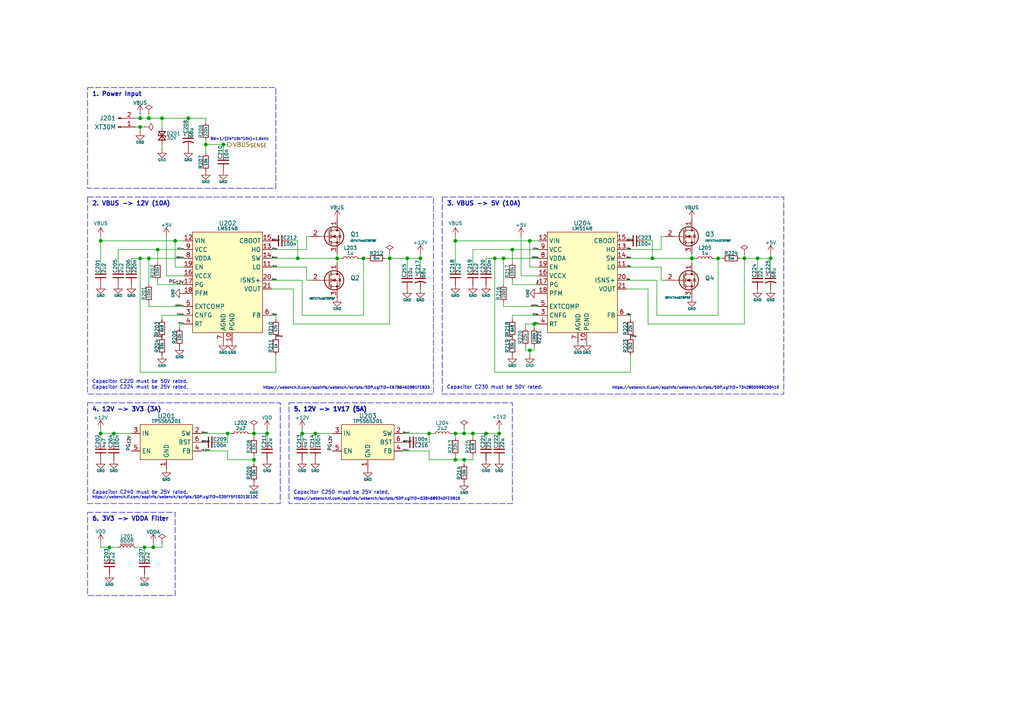
<source format=kicad_sch>
(kicad_sch (version 20250114) (generator "eeschema") (generator_version "9.0")
  (paper "A4")
  (rectangle (start 25.4 57.15) (end 125.73 114.3) (stroke (width 0) (type dash)))
  (rectangle (start 25.4 148.59) (end 50.8 172.72) (stroke (width 0) (type dash)))
  (rectangle (start 25.4 25.4) (end 80.01 54.61) (stroke (width 0) (type dash)))
  (rectangle (start 128.27 57.15) (end 227.33 114.3) (stroke (width 0) (type dash)))
  (rectangle (start 25.4 116.84) (end 81.28 146.05) (stroke (width 0) (type dash)))
  (rectangle (start 83.82 116.84) (end 148.59 146.05) (stroke (width 0) (type dash)))
  (text "Capacitor C250 must be 25V rated." (at 85.09 143.51 0) (effects (font (size 1.016 1.016)) (justify left bottom)))
  (text "5. 12V -> 1V17 (5A)" (at 85.09 118.11 0) (effects (font (size 1.27 1.27) (thickness 0.3048) (bold yes)) (justify left top)))
  (text "https://webench.ti.com/appinfo/webench/scripts/SDP.cgi?ID=035FF5FE0213E1DC" (at 26.67 144.78 0) (effects (font (size 0.762 0.762)) (justify left bottom)))
  (text "Capacitor C220 must be 50V rated.\nCapacitor C224 must be 25V rated." (at 26.67 113.03 0) (effects (font (size 1.016 1.016)) (justify left bottom)))
  (text "https://webench.ti.com/appinfo/webench/scripts/SDP.cgi?ID=734280D599CD0410" (at 226.06 113.03 0) (effects (font (size 0.762 0.762)) (justify right bottom)))
  (text "BW=1/(2π*10k*10n)=1.6kHz" (at 60.96 40.005 0) (effects (font (size 0.762 0.762)) (justify left top)))
  (text "3. VBUS -> 5V (10A)" (at 129.54 58.42 0) (effects (font (size 1.27 1.27) (thickness 0.254) (bold yes)) (justify left top)))
  (text "https://webench.ti.com/appinfo/webench/scripts/SDP.cgi?ID=03B468934DFE5B16" (at 85.09 144.78 0) (effects (font (size 0.762 0.762)) (justify left)))
  (text "Capacitor C240 must be 25V rated." (at 26.67 143.51 0) (effects (font (size 1.016 1.016)) (justify left bottom)))
  (text "Capacitor C230 must be 50V rated." (at 129.54 113.03 0) (effects (font (size 1.016 1.016)) (justify left bottom)))
  (text "1. Power Input" (at 26.67 26.67 0) (effects (font (size 1.27 1.27) (thickness 0.254) (bold yes)) (justify left top)))
  (text "https://webench.ti.com/appinfo/webench/scripts/SDP.cgi?ID=E67B646DB81FEB33" (at 124.714 113.03 0) (effects (font (size 0.762 0.762)) (justify right bottom)))
  (text "4. 12V -> 3V3 (3A)" (at 26.67 118.11 0) (effects (font (size 1.27 1.27) (thickness 0.254) (bold yes)) (justify left top)))
  (text "6. 3V3 -> VDDA Filter" (at 26.67 149.86 0) (effects (font (size 1.27 1.27) (thickness 0.254) (bold yes)) (justify left top)))
  (text "2. VBUS -> 12V (10A)" (at 26.67 58.42 0) (effects (font (size 1.27 1.27) (thickness 0.254) (bold yes)) (justify left top)))
  (junction (at 29.21 69.85))
  (junction (at 132.08 69.85))
  (junction (at 87.63 125.73))
  (junction (at 124.46 125.73))
  (junction (at 40.64 36.83))
  (junction (at 146.05 74.93))
  (junction (at 40.64 34.29))
  (junction (at 137.16 125.73))
  (junction (at 91.44 125.73))
  (junction (at 54.61 34.29))
  (junction (at 148.59 72.39))
  (junction (at 143.51 74.93))
  (junction (at 140.97 125.73))
  (junction (at 50.8 69.85))
  (junction (at 45.72 72.39))
  (junction (at 105.41 74.93))
  (junction (at 134.62 133.35))
  (junction (at 40.64 74.93))
  (junction (at 41.91 158.75))
  (junction (at 73.66 125.73))
  (junction (at 43.18 74.93))
  (junction (at 113.03 74.93))
  (junction (at 46.99 34.29))
  (junction (at 223.52 74.93))
  (junction (at 154.94 93.98))
  (junction (at 97.79 74.93))
  (junction (at 73.66 133.35))
  (junction (at 153.67 69.85))
  (junction (at 134.62 125.73))
  (junction (at 86.36 74.93))
  (junction (at 31.75 158.75))
  (junction (at 144.78 125.73))
  (junction (at 132.08 125.73))
  (junction (at 64.77 41.91))
  (junction (at 77.47 125.73))
  (junction (at 208.28 74.93))
  (junction (at 118.11 74.93))
  (junction (at 215.9 74.93))
  (junction (at 132.08 133.35))
  (junction (at 44.45 158.75))
  (junction (at 59.69 41.91))
  (junction (at 219.71 74.93))
  (junction (at 43.18 34.29))
  (junction (at 29.21 125.73))
  (junction (at 66.04 125.73))
  (junction (at 153.67 101.6))
  (junction (at 189.23 74.93))
  (junction (at 200.66 74.93))
  (junction (at 33.02 125.73))
  (junction (at 121.92 74.93))
  (wire (pts (xy 73.66 125.73) (xy 77.47 125.73)))
  (wire (pts (xy 140.97 125.73) (xy 140.97 128.27)))
  (wire (pts (xy 200.66 74.93) (xy 200.66 73.66)))
  (wire (pts (xy 193.04 68.58) (xy 191.77 68.58)))
  (wire (pts (xy 34.29 72.39) (xy 34.29 77.47)))
  (wire (pts (xy 77.47 125.73) (xy 77.47 128.27)))
  (wire (pts (xy 148.59 82.55) (xy 156.21 82.55)))
  (wire (pts (xy 113.03 74.93) (xy 118.11 74.93)))
  (wire (pts (xy 105.41 91.44) (xy 87.63 91.44)))
  (wire (pts (xy 181.61 72.39) (xy 191.77 72.39)))
  (wire (pts (xy 73.66 133.35) (xy 73.66 134.62)))
  (wire (pts (xy 140.97 125.73) (xy 144.78 125.73)))
  (wire (pts (xy 43.18 34.29) (xy 46.99 34.29)))
  (wire (pts (xy 152.4 100.33) (xy 152.4 101.6)))
  (wire (pts (xy 113.03 73.66) (xy 113.03 74.93)))
  (wire (pts (xy 111.76 74.93) (xy 113.03 74.93)))
  (wire (pts (xy 59.69 41.91) (xy 64.77 41.91)))
  (wire (pts (xy 134.62 133.35) (xy 137.16 133.35)))
  (wire (pts (xy 143.51 74.93) (xy 143.51 107.95)))
  (wire (pts (xy 104.14 74.93) (xy 105.41 74.93)))
  (wire (pts (xy 140.97 74.93) (xy 140.97 77.47)))
  (wire (pts (xy 182.88 107.95) (xy 143.51 107.95)))
  (wire (pts (xy 41.91 158.75) (xy 44.45 158.75)))
  (wire (pts (xy 80.01 91.44) (xy 80.01 92.71)))
  (wire (pts (xy 134.62 124.46) (xy 134.62 125.73)))
  (wire (pts (xy 33.02 125.73) (xy 33.02 128.27)))
  (wire (pts (xy 40.64 34.29) (xy 43.18 34.29)))
  (wire (pts (xy 153.67 69.85) (xy 156.21 69.85)))
  (wire (pts (xy 40.64 36.83) (xy 40.64 38.1)))
  (wire (pts (xy 151.13 80.01) (xy 156.21 80.01)))
  (wire (pts (xy 86.36 69.85) (xy 86.36 74.93)))
  (wire (pts (xy 46.99 34.29) (xy 46.99 36.83)))
  (wire (pts (xy 137.16 72.39) (xy 148.59 72.39)))
  (wire (pts (xy 153.67 77.47) (xy 153.67 69.85)))
  (wire (pts (xy 50.8 77.47) (xy 53.34 77.47)))
  (wire (pts (xy 58.42 125.73) (xy 66.04 125.73)))
  (wire (pts (xy 187.96 93.98) (xy 187.96 83.82)))
  (wire (pts (xy 146.05 74.93) (xy 146.05 82.55)))
  (wire (pts (xy 208.28 91.44) (xy 190.5 91.44)))
  (wire (pts (xy 66.04 125.73) (xy 66.04 128.27)))
  (wire (pts (xy 208.28 74.93) (xy 208.28 91.44)))
  (wire (pts (xy 219.71 74.93) (xy 219.71 78.74)))
  (wire (pts (xy 29.21 68.58) (xy 29.21 69.85)))
  (wire (pts (xy 29.21 125.73) (xy 33.02 125.73)))
  (wire (pts (xy 78.74 74.93) (xy 86.36 74.93)))
  (wire (pts (xy 132.08 133.35) (xy 134.62 133.35)))
  (wire (pts (xy 40.64 33.02) (xy 40.64 34.29)))
  (wire (pts (xy 215.9 93.98) (xy 187.96 93.98)))
  (wire (pts (xy 44.45 158.75) (xy 44.45 157.48)))
  (wire (pts (xy 45.72 72.39) (xy 53.34 72.39)))
  (wire (pts (xy 85.09 93.98) (xy 85.09 83.82)))
  (wire (pts (xy 78.74 91.44) (xy 80.01 91.44)))
  (wire (pts (xy 39.37 34.29) (xy 40.64 34.29)))
  (wire (pts (xy 124.46 130.81) (xy 116.84 130.81)))
  (wire (pts (xy 124.46 133.35) (xy 124.46 130.81)))
  (wire (pts (xy 66.04 128.27) (xy 63.5 128.27)))
  (wire (pts (xy 58.42 130.81) (xy 66.04 130.81)))
  (wire (pts (xy 48.26 80.01) (xy 48.26 68.58)))
  (wire (pts (xy 86.36 74.93) (xy 97.79 74.93)))
  (wire (pts (xy 181.61 74.93) (xy 189.23 74.93)))
  (wire (pts (xy 132.08 69.85) (xy 153.67 69.85)))
  (wire (pts (xy 59.69 40.64) (xy 59.69 41.91)))
  (wire (pts (xy 80.01 102.87) (xy 80.01 107.95)))
  (wire (pts (xy 73.66 132.08) (xy 73.66 133.35)))
  (wire (pts (xy 105.41 74.93) (xy 106.68 74.93)))
  (wire (pts (xy 46.99 43.18) (xy 46.99 41.91)))
  (wire (pts (xy 154.94 93.98) (xy 156.21 93.98)))
  (wire (pts (xy 83.82 69.85) (xy 86.36 69.85)))
  (wire (pts (xy 87.63 91.44) (xy 87.63 81.28)))
  (wire (pts (xy 50.8 77.47) (xy 50.8 69.85)))
  (wire (pts (xy 137.16 125.73) (xy 137.16 127)))
  (wire (pts (xy 153.67 77.47) (xy 156.21 77.47)))
  (wire (pts (xy 38.1 74.93) (xy 40.64 74.93)))
  (wire (pts (xy 140.97 74.93) (xy 143.51 74.93)))
  (wire (pts (xy 223.52 73.66) (xy 223.52 74.93)))
  (wire (pts (xy 77.47 124.46) (xy 77.47 125.73)))
  (wire (pts (xy 121.92 74.93) (xy 118.11 74.93)))
  (wire (pts (xy 181.61 77.47) (xy 191.77 77.47)))
  (wire (pts (xy 148.59 81.28) (xy 148.59 82.55)))
  (wire (pts (xy 59.69 35.56) (xy 59.69 34.29)))
  (wire (pts (xy 97.79 74.93) (xy 97.79 76.2)))
  (wire (pts (xy 39.37 158.75) (xy 41.91 158.75)))
  (wire (pts (xy 45.72 72.39) (xy 45.72 76.2)))
  (wire (pts (xy 137.16 72.39) (xy 137.16 77.47)))
  (wire (pts (xy 59.69 41.91) (xy 59.69 44.45)))
  (wire (pts (xy 87.63 125.73) (xy 91.44 125.73)))
  (wire (pts (xy 90.17 68.58) (xy 88.9 68.58)))
  (wire (pts (xy 31.75 158.75) (xy 34.29 158.75)))
  (wire (pts (xy 54.61 34.29) (xy 59.69 34.29)))
  (wire (pts (xy 215.9 73.66) (xy 215.9 74.93)))
  (wire (pts (xy 88.9 68.58) (xy 88.9 72.39)))
  (wire (pts (xy 144.78 124.46) (xy 144.78 125.73)))
  (wire (pts (xy 66.04 125.73) (xy 67.31 125.73)))
  (wire (pts (xy 223.52 74.93) (xy 223.52 78.74)))
  (wire (pts (xy 78.74 83.82) (xy 85.09 83.82)))
  (wire (pts (xy 43.18 74.93) (xy 43.18 82.55)))
  (wire (pts (xy 189.23 74.93) (xy 200.66 74.93)))
  (wire (pts (xy 153.67 101.6) (xy 154.94 101.6)))
  (wire (pts (xy 134.62 133.35) (xy 134.62 134.62)))
  (wire (pts (xy 40.64 74.93) (xy 43.18 74.93)))
  (wire (pts (xy 34.29 72.39) (xy 45.72 72.39)))
  (wire (pts (xy 146.05 88.9) (xy 146.05 87.63)))
  (wire (pts (xy 46.99 157.48) (xy 46.99 158.75)))
  (wire (pts (xy 191.77 81.28) (xy 191.77 77.47)))
  (wire (pts (xy 66.04 130.81) (xy 66.04 133.35)))
  (wire (pts (xy 43.18 74.93) (xy 53.34 74.93)))
  (wire (pts (xy 45.72 82.55) (xy 45.72 81.28)))
  (wire (pts (xy 207.01 74.93) (xy 208.28 74.93)))
  (wire (pts (xy 64.77 41.91) (xy 64.77 44.45)))
  (wire (pts (xy 132.08 68.58) (xy 132.08 69.85)))
  (wire (pts (xy 78.74 77.47) (xy 88.9 77.47)))
  (wire (pts (xy 143.51 74.93) (xy 146.05 74.93)))
  (wire (pts (xy 105.41 74.93) (xy 105.41 91.44)))
  (wire (pts (xy 148.59 91.44) (xy 156.21 91.44)))
  (wire (pts (xy 121.92 74.93) (xy 121.92 78.74)))
  (wire (pts (xy 50.8 69.85) (xy 53.34 69.85)))
  (wire (pts (xy 53.34 91.44) (xy 46.99 91.44)))
  (wire (pts (xy 87.63 125.73) (xy 87.63 128.27)))
  (wire (pts (xy 153.67 101.6) (xy 153.67 102.87)))
  (wire (pts (xy 154.94 93.98) (xy 154.94 95.25)))
  (wire (pts (xy 53.34 93.98) (xy 52.07 93.98)))
  (wire (pts (xy 90.17 81.28) (xy 88.9 81.28)))
  (wire (pts (xy 200.66 74.93) (xy 200.66 76.2)))
  (wire (pts (xy 48.26 80.01) (xy 53.34 80.01)))
  (wire (pts (xy 54.61 34.29) (xy 54.61 38.1)))
  (wire (pts (xy 121.92 73.66) (xy 121.92 74.93)))
  (wire (pts (xy 43.18 88.9) (xy 43.18 87.63)))
  (wire (pts (xy 43.18 88.9) (xy 53.34 88.9)))
  (wire (pts (xy 215.9 74.93) (xy 219.71 74.93)))
  (wire (pts (xy 72.39 125.73) (xy 73.66 125.73)))
  (wire (pts (xy 215.9 74.93) (xy 215.9 93.98)))
  (wire (pts (xy 91.44 125.73) (xy 96.52 125.73)))
  (wire (pts (xy 43.18 33.02) (xy 43.18 34.29)))
  (wire (pts (xy 181.61 83.82) (xy 187.96 83.82)))
  (wire (pts (xy 73.66 125.73) (xy 73.66 127)))
  (wire (pts (xy 78.74 72.39) (xy 88.9 72.39)))
  (wire (pts (xy 152.4 101.6) (xy 153.67 101.6)))
  (wire (pts (xy 132.08 125.73) (xy 134.62 125.73)))
  (wire (pts (xy 214.63 74.93) (xy 215.9 74.93)))
  (wire (pts (xy 64.77 41.91) (xy 66.04 41.91)))
  (wire (pts (xy 80.01 107.95) (xy 40.64 107.95)))
  (wire (pts (xy 97.79 74.93) (xy 97.79 73.66)))
  (wire (pts (xy 116.84 125.73) (xy 124.46 125.73)))
  (wire (pts (xy 130.81 125.73) (xy 132.08 125.73)))
  (wire (pts (xy 132.08 69.85) (xy 132.08 77.47)))
  (wire (pts (xy 46.99 158.75) (xy 44.45 158.75)))
  (wire (pts (xy 190.5 91.44) (xy 190.5 81.28)))
  (wire (pts (xy 87.63 81.28) (xy 78.74 81.28)))
  (wire (pts (xy 29.21 124.46) (xy 29.21 125.73)))
  (wire (pts (xy 88.9 81.28) (xy 88.9 77.47)))
  (wire (pts (xy 33.02 125.73) (xy 38.1 125.73)))
  (wire (pts (xy 208.28 74.93) (xy 209.55 74.93)))
  (wire (pts (xy 190.5 81.28) (xy 181.61 81.28)))
  (wire (pts (xy 152.4 93.98) (xy 152.4 95.25)))
  (wire (pts (xy 186.69 69.85) (xy 189.23 69.85)))
  (wire (pts (xy 146.05 74.93) (xy 156.21 74.93)))
  (wire (pts (xy 148.59 91.44) (xy 148.59 92.71)))
  (wire (pts (xy 193.04 81.28) (xy 191.77 81.28)))
  (wire (pts (xy 52.07 93.98) (xy 52.07 95.25)))
  (wire (pts (xy 137.16 133.35) (xy 137.16 132.08)))
  (wire (pts (xy 45.72 82.55) (xy 53.34 82.55)))
  (wire (pts (xy 40.64 36.83) (xy 41.91 36.83)))
  (wire (pts (xy 29.21 158.75) (xy 31.75 158.75)))
  (wire (pts (xy 29.21 125.73) (xy 29.21 128.27)))
  (wire (pts (xy 132.08 125.73) (xy 132.08 127)))
  (wire (pts (xy 148.59 72.39) (xy 148.59 76.2)))
  (wire (pts (xy 181.61 91.44) (xy 182.88 91.44)))
  (wire (pts (xy 29.21 158.75) (xy 29.21 157.48)))
  (wire (pts (xy 182.88 91.44) (xy 182.88 92.71)))
  (wire (pts (xy 31.75 158.75) (xy 31.75 161.29)))
  (wire (pts (xy 154.94 100.33) (xy 154.94 101.6)))
  (wire (pts (xy 201.93 74.93) (xy 200.66 74.93)))
  (wire (pts (xy 146.05 88.9) (xy 156.21 88.9)))
  (wire (pts (xy 124.46 125.73) (xy 125.73 125.73)))
  (wire (pts (xy 118.11 74.93) (xy 118.11 78.74)))
  (wire (pts (xy 66.04 133.35) (xy 73.66 133.35)))
  (wire (pts (xy 182.88 102.87) (xy 182.88 107.95)))
  (wire (pts (xy 191.77 68.58) (xy 191.77 72.39)))
  (wire (pts (xy 154.94 93.98) (xy 152.4 93.98)))
  (wire (pts (xy 113.03 74.93) (xy 113.03 93.98)))
  (wire (pts (xy 29.21 69.85) (xy 29.21 77.47)))
  (wire (pts (xy 87.63 124.46) (xy 87.63 125.73)))
  (wire (pts (xy 132.08 133.35) (xy 124.46 133.35)))
  (wire (pts (xy 40.64 74.93) (xy 40.64 107.95)))
  (wire (pts (xy 46.99 91.44) (xy 46.99 92.71)))
  (wire (pts (xy 219.71 74.93) (xy 223.52 74.93)))
  (wire (pts (xy 148.59 72.39) (xy 156.21 72.39)))
  (wire (pts (xy 137.16 125.73) (xy 140.97 125.73)))
  (wire (pts (xy 91.44 125.73) (xy 91.44 128.27)))
  (wire (pts (xy 132.08 132.08) (xy 132.08 133.35)))
  (wire (pts (xy 124.46 125.73) (xy 124.46 128.27)))
  (wire (pts (xy 134.62 125.73) (xy 137.16 125.73)))
  (wire (pts (xy 46.99 34.29) (xy 54.61 34.29)))
  (wire (pts (xy 144.78 125.73) (xy 144.78 128.27)))
  (wire (pts (xy 39.37 36.83) (xy 40.64 36.83)))
  (wire (pts (xy 99.06 74.93) (xy 97.79 74.93)))
  (wire (pts (xy 113.03 93.98) (xy 85.09 93.98)))
  (wire (pts (xy 41.91 161.29) (xy 41.91 158.75)))
  (wire (pts (xy 151.13 80.01) (xy 151.13 68.58)))
  (wire (pts (xy 38.1 74.93) (xy 38.1 77.47)))
  (wire (pts (xy 29.21 69.85) (xy 50.8 69.85)))
  (wire (pts (xy 124.46 128.27) (xy 121.92 128.27)))
  (wire (pts (xy 189.23 69.85) (xy 189.23 74.93)))
  (wire (pts (xy 73.66 124.46) (xy 73.66 125.73)))
  (label "RT_{12V}" (at 53.34 93.98 180) (effects (font (size 0.381 0.381))))
  (label "LO_{12V}" (at 78.74 77.47 0) (effects (font (size 0.381 0.381))))
  (label "BOOT_{5V}" (at 181.61 69.85 0) (effects (font (size 0.381 0.381))))
  (label "FB_{12V}" (at 78.74 91.44 0) (effects (font (size 0.381 0.381))))
  (label "IS_{12V}" (at 78.74 81.28 0) (effects (font (size 0.381 0.381))))
  (label "FBM_{5V}" (at 182.88 97.79 0) (effects (font (size 0.381 0.381))))
  (label "VCC_{12V}" (at 53.34 72.39 180) (effects (font (size 0.381 0.381))))
  (label "IS_{5V}" (at 181.61 81.28 0) (effects (font (size 0.381 0.381))))
  (label "PG_{12V}" (at 53.34 82.55 180) (effects (font (size 1.016 1.016))))
  (label "FB_{3V3" (at 58.42 130.81 0) (effects (font (size 0.381 0.381))))
  (label "COMP_{5V}" (at 156.21 88.9 180) (effects (font (size 0.381 0.381))))
  (label "CFGM_{5V}" (at 148.59 97.79 180) (effects (font (size 0.381 0.381))))
  (label "COMP_{12V}" (at 53.34 88.9 180) (effects (font (size 0.381 0.381))))
  (label "FB_{1V17}" (at 116.84 130.81 0) (effects (font (size 0.381 0.381))))
  (label "CFG_{5V}" (at 156.21 91.44 180) (effects (font (size 0.381 0.381))))
  (label "CFGM_{12V}" (at 46.99 97.79 180) (effects (font (size 0.381 0.381))))
  (label "BOOT_{3V3}" (at 58.42 128.27 0) (effects (font (size 0.381 0.381))))
  (label "PG_{5V}" (at 156.21 82.55 90) (effects (font (size 0.381 0.381))))
  (label "RT_{5V}" (at 156.21 93.98 180) (effects (font (size 0.381 0.381))))
  (label "HO_{12V}" (at 78.74 72.39 0) (effects (font (size 0.381 0.381))))
  (label "LO_{5V}" (at 181.61 77.47 0) (effects (font (size 0.381 0.381))))
  (label "SW_{5V}" (at 181.61 74.93 0) (effects (font (size 0.381 0.381))))
  (label "CFG_{12V}" (at 53.34 91.44 180) (effects (font (size 0.381 0.381))))
  (label "BOOT_{12V}" (at 78.74 69.85 0) (effects (font (size 0.381 0.381))))
  (label "FBM_{12V}" (at 80.01 97.79 0) (effects (font (size 0.381 0.381))))
  (label "PG_{12V}" (at 38.1 130.81 90) (effects (font (size 1.016 1.016))))
  (label "SW_{12V}" (at 78.74 74.93 0) (effects (font (size 0.381 0.381))))
  (label "VCC_{5V}" (at 156.21 72.39 180) (effects (font (size 0.381 0.381))))
  (label "SW_{1V17}" (at 116.84 125.73 0) (effects (font (size 0.381 0.381))))
  (label "BOOT_{1V17}" (at 116.84 128.27 0) (effects (font (size 0.381 0.381))))
  (label "PG_{12V}" (at 96.52 130.81 90) (effects (font (size 1.016 1.016))))
  (label "VDDA_{12V}" (at 53.34 74.93 180) (effects (font (size 0.381 0.381))))
  (label "FB_{5V}" (at 181.61 91.44 0) (effects (font (size 0.381 0.381))))
  (label "SW_{3V3}" (at 58.42 125.73 0) (effects (font (size 0.381 0.381))))
  (label "HO_{5V}" (at 181.61 72.39 0) (effects (font (size 0.381 0.381))))
  (label "VDDA_{5V}" (at 156.21 74.93 180) (effects (font (size 0.381 0.381))))
  (hierarchical_label "VBUS_{SENSE}" (shape output) (at 66.04 41.91 0))
  (symbol (lib_id "power:VBUS") (at 29.21 68.58 0) (unit 1)
    (property "Reference" "#PWR0201" (effects (hide yes)))
    (property "Value" "VBUS" (at 29.21 64.77 0) (effects (font (size 1.016 1.016))))
    (property "Description" "Power symbol creates a global label with name \"VBUS\"" (effects (hide yes)))
  )
  (symbol (lib_id "power:GND") (at 134.62 139.7 0) (unit 1)
    (property "Reference" "#PWR0239" (effects (hide yes)))
    (property "Value" "GND" (at 134.62 142.875 0) (effects (font (size 0.762 0.762))))
    (property "Description" "Power symbol creates a global label with name \"GND\" , ground" (effects (hide yes)))
  )
  (symbol (lib_id "power:GND") (at 54.61 43.18 0) (unit 1)
    (property "Reference" "#PWR0220" (effects (hide yes)))
    (property "Value" "GND" (at 54.61 46.355 0) (effects (font (size 0.762 0.762))))
    (property "Description" "Power symbol creates a global label with name \"GND\" , ground" (effects (hide yes)))
  )
  (symbol (lib_id "power:+1V2") (at 144.78 124.46 0) (unit 1)
    (property "Reference" "#PWR0243" (effects (hide yes)))
    (property "Value" "+1V2" (at 144.78 120.904 0) (effects (font (size 1.016 1.016))))
    (property "Description" "Power symbol creates a global label with name \"+1V2\"" (effects (hide yes)))
  )
  (symbol (lib_id "Bluesat:C_CompactV") (at 64.77 46.99 0) (mirror y) (unit 1)
    (property "Reference" "C210" (at 63.881 46.228 90) (effects (font (size 1.016 1.016)) (justify left)))
    (property "Value" "10n" (at 65.659 46.228 90) (effects (font (size 1.016 1.016)) (justify left)))
    (property "Footprint" "Capacitor_SMD:C_0402_1005Metric" (effects (hide yes)))
    (property "Description" "Unpolarized capacitor, compact symbol" (effects (hide yes)))
  )
  (symbol (lib_id "power:GND") (at 40.64 38.1 0) (unit 1)
    (property "Reference" "#PWR0211" (effects (hide yes)))
    (property "Value" "GND" (at 40.64 41.275 0) (effects (font (size 0.762 0.762))))
    (property "Description" "Power symbol creates a global label with name \"GND\" , ground" (effects (hide yes)))
  )
  (symbol (lib_id "Bluesat:R_CompactV") (at 137.16 129.54 0) (unit 1)
    (property "Reference" "R215" (at 136.271 129.54 90) (effects (font (size 1.016 1.016)) (justify bottom)))
    (property "Value" "6k8" (at 137.16 129.54 90) (effects (font (size 0.762 0.762))))
    (property "Footprint" "Resistor_SMD:R_0402_1005Metric" (effects (hide yes)))
    (property "Description" "Resistor, compact symbol" (effects (hide yes)))
  )
  (symbol (lib_id "power:GND") (at 148.59 102.87 0) (unit 1)
    (property "Reference" "#PWR0245" (effects (hide yes)))
    (property "Value" "GND" (at 148.59 106.045 0) (effects (font (size 0.762 0.762))))
    (property "Description" "Power symbol creates a global label with name \"GND\" , ground" (effects (hide yes)))
  )
  (symbol (lib_id "power:+12V") (at 87.63 124.46 0) (unit 1)
    (property "Reference" "#PWR0228" (effects (hide yes)))
    (property "Value" "+12V" (at 87.63 121.158 0) (effects (font (size 1.016 1.016))))
    (property "Description" "Power symbol creates a global label with name \"+12V\"" (effects (hide yes)))
  )
  (symbol (lib_id "Bluesat:C_CompactV") (at 38.1 80.01 0) (unit 1)
    (property "Reference" "C206" (at 37.211 79.248 90) (effects (font (size 1.016 1.016)) (justify left)))
    (property "Value" "220n" (at 38.989 79.248 90) (effects (font (size 1.016 1.016)) (justify left)))
    (property "Footprint" "Capacitor_SMD:C_0402_1005Metric" (effects (hide yes)))
    (property "Description" "Unpolarized capacitor, compact symbol" (effects (hide yes)))
  )
  (symbol (lib_id "power:PWR_FLAG") (at 134.62 124.46 0) (unit 1)
    (property "Reference" "#FLG0206" (effects (hide yes)))
    (property "Value" "PWR_FLAG" (effects (hide yes)))
    (property "Description" "Special symbol for telling ERC where power comes from" (effects (hide yes)))
  )
  (symbol (lib_id "power:PWR_FLAG") (at 113.03 73.66 0) (unit 1)
    (property "Reference" "#FLG0205" (effects (hide yes)))
    (property "Value" "PWR_FLAG" (effects (hide yes)))
    (property "Description" "Special symbol for telling ERC where power comes from" (effects (hide yes)))
  )
  (symbol (lib_id "Bluesat:C_CompactV") (at 34.29 80.01 0) (unit 1)
    (property "Reference" "C205" (at 33.401 79.248 90) (effects (font (size 1.016 1.016)) (justify left)))
    (property "Value" "2u2" (at 35.179 79.248 90) (effects (font (size 1.016 1.016)) (justify left)))
    (property "Footprint" "Capacitor_SMD:C_0603_1608Metric" (effects (hide yes)))
    (property "Description" "Unpolarized capacitor, compact symbol" (effects (hide yes)))
  )
  (symbol (lib_id "power:GND") (at 137.16 82.55 0) (unit 1)
    (property "Reference" "#PWR0240" (effects (hide yes)))
    (property "Value" "GND" (at 137.16 85.725 0) (effects (font (size 0.762 0.762))))
    (property "Description" "Power symbol creates a global label with name \"GND\" , ground" (effects (hide yes)))
  )
  (symbol (lib_id "power:+12V") (at 121.92 73.66 0) (unit 1)
    (property "Reference" "#PWR0235" (effects (hide yes)))
    (property "Value" "+12V" (at 121.92 70.358 0) (effects (font (size 1.016 1.016))))
    (property "Description" "Power symbol creates a global label with name \"+12V\"" (effects (hide yes)))
  )
  (symbol (lib_id "power:VBUS") (at 132.08 68.58 0) (unit 1)
    (property "Reference" "#PWR0237" (effects (hide yes)))
    (property "Value" "VBUS" (at 132.08 64.77 0) (effects (font (size 1.016 1.016))))
    (property "Description" "Power symbol creates a global label with name \"VBUS\"" (effects (hide yes)))
  )
  (symbol (lib_id "power:GND") (at 167.64 99.06 0) (unit 1)
    (property "Reference" "#PWR0249" (effects (hide yes)))
    (property "Value" "GND" (at 167.64 102.235 0) (effects (font (size 0.762 0.762))))
    (property "Description" "Power symbol creates a global label with name \"GND\" , ground" (effects (hide yes)))
  )
  (symbol (lib_id "power:+12V") (at 29.21 124.46 0) (unit 1)
    (property "Reference" "#PWR0203" (effects (hide yes)))
    (property "Value" "+12V" (at 29.21 121.158 0) (effects (font (size 1.016 1.016))))
    (property "Description" "Power symbol creates a global label with name \"+12V\"" (effects (hide yes)))
  )
  (symbol (lib_id "Bluesat:R_CompactV") (at 80.01 95.25 0) (unit 1)
    (property "Reference" "R210" (at 79.121 95.25 90) (effects (font (size 1.016 1.016)) (justify bottom)))
    (property "Value" "47k" (at 80.01 95.25 90) (effects (font (size 0.762 0.762))))
    (property "Footprint" "Resistor_SMD:R_0402_1005Metric" (effects (hide yes)))
    (property "Description" "Resistor, compact symbol" (effects (hide yes)))
  )
  (symbol (lib_id "power:VBUS") (at 200.66 63.5 0) (unit 1)
    (property "Reference" "#PWR0251" (effects (hide yes)))
    (property "Value" "VBUS" (at 200.66 60.198 0) (effects (font (size 1.016 1.016))))
    (property "Description" "Power symbol creates a global label with name \"VBUS\"" (effects (hide yes)))
  )
  (symbol (lib_id "power:GND") (at 64.77 49.53 0) (unit 1)
    (property "Reference" "#PWR0222" (effects (hide yes)))
    (property "Value" "GND" (at 64.77 52.705 0) (effects (font (size 0.762 0.762))))
    (property "Description" "Power symbol creates a global label with name \"GND\" , ground" (effects (hide yes)))
  )
  (symbol (lib_id "power:GND") (at 156.21 85.09 270) (unit 1)
    (property "Reference" "#PWR0248" (effects (hide yes)))
    (property "Value" "GND" (at 153.035 85.09 0) (effects (font (size 0.762 0.762))))
    (property "Description" "Power symbol creates a global label with name \"GND\" , ground" (effects (hide yes)))
  )
  (symbol (lib_id "Bluesat:R_CompactV") (at 132.08 129.54 0) (unit 1)
    (property "Reference" "R213" (at 131.191 129.54 90) (effects (font (size 1.016 1.016)) (justify bottom)))
    (property "Value" "22k" (at 132.08 129.54 90) (effects (font (size 0.762 0.762))))
    (property "Footprint" "Resistor_SMD:R_0402_1005Metric" (effects (hide yes)))
    (property "Description" "Resistor, compact symbol" (effects (hide yes)))
  )
  (symbol (lib_id "power:GND") (at 29.21 82.55 0) (unit 1)
    (property "Reference" "#PWR0202" (effects (hide yes)))
    (property "Value" "GND" (at 29.21 85.725 0) (effects (font (size 0.762 0.762))))
    (property "Description" "Power symbol creates a global label with name \"GND\" , ground" (effects (hide yes)))
  )
  (symbol (lib_id "power:VBUS") (at 97.79 63.5 0) (unit 1)
    (property "Reference" "#PWR0231" (effects (hide yes)))
    (property "Value" "VBUS" (at 97.79 60.198 0) (effects (font (size 1.016 1.016))))
    (property "Description" "Power symbol creates a global label with name \"VBUS\"" (effects (hide yes)))
  )
  (symbol (lib_id "power:GND") (at 140.97 133.35 0) (unit 1)
    (property "Reference" "#PWR0242" (effects (hide yes)))
    (property "Value" "GND" (at 140.97 136.525 0) (effects (font (size 0.762 0.762))))
    (property "Description" "Power symbol creates a global label with name \"GND\" , ground" (effects (hide yes)))
  )
  (symbol (lib_id "Bluesat:C_CompactV") (at 81.28 69.85 270) (unit 1)
    (property "Reference" "C212" (at 82.042 68.961 90) (effects (font (size 1.016 1.016)) (justify left)))
    (property "Value" "100n" (at 82.042 70.739 90) (effects (font (size 1.016 1.016)) (justify left)))
    (property "Footprint" "Capacitor_SMD:C_0402_1005Metric" (effects (hide yes)))
    (property "Description" "Unpolarized capacitor, compact symbol" (effects (hide yes)))
  )
  (symbol (lib_id "power:GND") (at 170.18 99.06 0) (unit 1)
    (property "Reference" "#PWR0250" (effects (hide yes)))
    (property "Value" "GND" (at 170.18 102.235 0) (effects (font (size 0.762 0.762))))
    (property "Description" "Power symbol creates a global label with name \"GND\" , ground" (effects (hide yes)))
  )
  (symbol (lib_id "power:GND") (at 31.75 166.37 0) (unit 1)
    (property "Reference" "#PWR0206" (effects (hide yes)))
    (property "Value" "GND" (at 31.75 169.545 0) (effects (font (size 0.762 0.762))))
    (property "Description" "Power symbol creates a global label with name \"GND\" , ground" (effects (hide yes)))
  )
  (symbol (lib_id "Bluesat:TPS565201") (at 48.26 123.19 0) (unit 1)
    (property "Reference" "U201" (at 48.26 120.65 0))
    (property "Value" "TPS565201" (at 48.26 122.174 0) (effects (font (size 1.016 1.016))))
    (property "Footprint" "Package_TO_SOT_SMD:TSOT-23-6" (effects (hide yes)))
  )
  (symbol (lib_id "power:GND") (at 48.26 135.89 0) (unit 1)
    (property "Reference" "#PWR0217" (effects (hide yes)))
    (property "Value" "GND" (at 48.26 139.065 0) (effects (font (size 0.762 0.762))))
    (property "Description" "Power symbol creates a global label with name \"GND\" , ground" (effects (hide yes)))
  )
  (symbol (lib_id "Device:L_Small") (at 101.6 74.93 90) (unit 1)
    (property "Reference" "L203" (at 101.6 71.882 90) (effects (font (size 1.016 1.016))))
    (property "Value" "1u" (at 101.6 73.406 90) (effects (font (size 1.016 1.016))))
    (property "Footprint" "Inductor_SMD:L_Changjiang_FXL0630" (effects (hide yes)))
    (property "Description" "Inductor, small symbol" (effects (hide yes)))
  )
  (symbol (lib_id "Device:L_Small") (at 69.85 125.73 90) (unit 1)
    (property "Reference" "L202" (at 69.85 122.682 90) (effects (font (size 1.016 1.016))))
    (property "Value" "2u2" (at 69.85 124.206 90) (effects (font (size 1.016 1.016))))
    (property "Footprint" "Inductor_SMD:L_Changjiang_FXL0630" (effects (hide yes)))
    (property "Description" "Inductor, small symbol" (effects (hide yes)))
  )
  (symbol (lib_id "Bluesat:R_CompactV") (at 146.05 85.09 0) (unit 1)
    (property "Reference" "R216" (at 145.161 85.09 90) (effects (font (size 1.016 1.016)) (justify bottom)))
    (property "Value" "100k" (at 146.05 85.09 90) (effects (font (size 0.762 0.762))))
    (property "Footprint" "Resistor_SMD:R_0402_1005Metric" (effects (hide yes)))
    (property "Description" "Resistor, compact symbol" (effects (hide yes)))
  )
  (symbol (lib_id "Bluesat:R_CompactV") (at 43.18 85.09 0) (unit 1)
    (property "Reference" "R201" (at 42.291 85.09 90) (effects (font (size 1.016 1.016)) (justify bottom)))
    (property "Value" "100k" (at 43.18 85.09 90) (effects (font (size 0.762 0.762))))
    (property "Footprint" "Resistor_SMD:R_0402_1005Metric" (effects (hide yes)))
    (property "Description" "Resistor, compact symbol" (effects (hide yes)))
  )
  (symbol (lib_id "Bluesat:R_CompactV") (at 148.59 100.33 0) (unit 1)
    (property "Reference" "R219" (at 147.701 100.33 90) (effects (font (size 1.016 1.016)) (justify bottom)))
    (property "Value" "33k" (at 148.59 100.33 90) (effects (font (size 0.762 0.762))))
    (property "Footprint" "Resistor_SMD:R_0402_1005Metric" (effects (hide yes)))
    (property "Description" "Resistor, compact symbol" (effects (hide yes)))
  )
  (symbol (lib_id "Bluesat:R_CompactV") (at 182.88 100.33 0) (unit 1)
    (property "Reference" "R223" (at 181.991 100.33 90) (effects (font (size 1.016 1.016)) (justify bottom)))
    (property "Value" "2k2" (at 182.88 100.33 90) (effects (font (size 0.762 0.762))))
    (property "Footprint" "Resistor_SMD:R_0402_1005Metric" (effects (hide yes)))
    (property "Description" "Resistor, compact symbol" (effects (hide yes)))
  )
  (symbol (lib_id "Bluesat:R_CompactV") (at 182.88 95.25 0) (unit 1)
    (property "Reference" "R222" (at 181.991 95.25 90) (effects (font (size 1.016 1.016)) (justify bottom)))
    (property "Value" "22k" (at 182.88 95.25 90) (effects (font (size 0.762 0.762))))
    (property "Footprint" "Resistor_SMD:R_0402_1005Metric" (effects (hide yes)))
    (property "Description" "Resistor, compact symbol" (effects (hide yes)))
  )
  (symbol (lib_id "power:PWR_FLAG") (at 43.18 33.02 0) (unit 1)
    (property "Reference" "#FLG0202" (effects (hide yes)))
    (property "Value" "PWR_FLAG" (effects (hide yes)))
    (property "Description" "Special symbol for telling ERC where power comes from" (effects (hide yes)))
  )
  (symbol (lib_id "power:GND") (at 38.1 82.55 0) (unit 1)
    (property "Reference" "#PWR0209" (effects (hide yes)))
    (property "Value" "GND" (at 38.1 85.725 0) (effects (font (size 0.762 0.762))))
    (property "Description" "Power symbol creates a global label with name \"GND\" , ground" (effects (hide yes)))
  )
  (symbol (lib_id "power:GND") (at 144.78 133.35 0) (unit 1)
    (property "Reference" "#PWR0244" (effects (hide yes)))
    (property "Value" "GND" (at 144.78 136.525 0) (effects (font (size 0.762 0.762))))
    (property "Description" "Power symbol creates a global label with name \"GND\" , ground" (effects (hide yes)))
  )
  (symbol (lib_id "power:GND") (at 118.11 83.82 0) (unit 1)
    (property "Reference" "#PWR0234" (effects (hide yes)))
    (property "Value" "GND" (at 118.11 86.995 0) (effects (font (size 0.762 0.762))))
    (property "Description" "Power symbol creates a global label with name \"GND\" , ground" (effects (hide yes)))
  )
  (symbol (lib_id "power:GND") (at 200.66 86.36 0) (unit 1)
    (property "Reference" "#PWR0252" (effects (hide yes)))
    (property "Value" "GND" (at 200.66 89.535 0) (effects (font (size 0.762 0.762))))
    (property "Description" "Power symbol creates a global label with name \"GND\" , ground" (effects (hide yes)))
  )
  (symbol (lib_id "power:GND") (at 29.21 133.35 0) (unit 1)
    (property "Reference" "#PWR0204" (effects (hide yes)))
    (property "Value" "GND" (at 29.21 136.525 0) (effects (font (size 0.762 0.762))))
    (property "Description" "Power symbol creates a global label with name \"GND\" , ground" (effects (hide yes)))
  )
  (symbol (lib_id "Bluesat:C_CompactV") (at 144.78 130.81 0) (unit 1)
    (property "Reference" "C222" (at 143.891 130.048 90) (effects (font (size 1.016 1.016)) (justify left)))
    (property "Value" "22u" (at 145.669 130.048 90) (effects (font (size 1.016 1.016)) (justify left)))
    (property "Footprint" "Capacitor_SMD:C_1210_3225Metric" (effects (hide yes)))
    (property "Description" "Unpolarized capacitor, compact symbol" (effects (hide yes)))
  )
  (symbol (lib_id "power:VDD") (at 29.21 157.48 0) (unit 1)
    (property "Reference" "#PWR0205" (effects (hide yes)))
    (property "Value" "VDD" (at 29.21 154.178 0) (effects (font (size 1.016 1.016))))
    (property "Description" "Power symbol creates a global label with name \"VDD\"" (effects (hide yes)))
  )
  (symbol (lib_id "Bluesat:TPS565201") (at 106.68 123.19 0) (unit 1)
    (property "Reference" "U203" (at 106.68 120.65 0))
    (property "Value" "TPS565201" (at 106.68 122.174 0) (effects (font (size 1.016 1.016))))
    (property "Footprint" "Package_TO_SOT_SMD:TSOT-23-6" (effects (hide yes)))
  )
  (symbol (lib_id "power:VDD") (at 77.47 124.46 0) (unit 1)
    (property "Reference" "#PWR0226" (effects (hide yes)))
    (property "Value" "VDD" (at 77.47 121.158 0) (effects (font (size 1.016 1.016))))
    (property "Description" "Power symbol creates a global label with name \"VDD\"" (effects (hide yes)))
  )
  (symbol (lib_id "power:VBUS") (at 40.64 33.02 0) (unit 1)
    (property "Reference" "#PWR0210" (effects (hide yes)))
    (property "Value" "VBUS" (at 40.64 29.845 0) (effects (font (size 1.016 1.016))))
    (property "Description" "Power symbol creates a global label with name \"VBUS\"" (effects (hide yes)))
  )
  (symbol (lib_id "Device:D_TVS_Small") (at 46.99 39.37 90) (unit 1)
    (property "Reference" "D201" (at 48.26 38.735 90) (effects (font (size 1.016 1.016)) (justify right)))
    (property "Value" "30V" (at 48.26 40.005 90) (effects (font (size 1.016 1.016)) (justify right)))
    (property "Footprint" "Diode_SMD:D_SMF" (effects (hide yes)))
    (property "Description" "Bidirectional transient-voltage-suppression diode, small symbol" (effects (hide yes)))
  )
  (symbol (lib_id "power:GND") (at 219.71 83.82 0) (unit 1)
    (property "Reference" "#PWR0253" (effects (hide yes)))
    (property "Value" "GND" (at 219.71 86.995 0) (effects (font (size 0.762 0.762))))
    (property "Description" "Power symbol creates a global label with name \"GND\" , ground" (effects (hide yes)))
  )
  (symbol (lib_id "Bluesat:R_CompactV") (at 52.07 97.79 0) (unit 1)
    (property "Reference" "R205" (at 51.181 97.79 90) (effects (font (size 1.016 1.016)) (justify bottom)))
    (property "Value" "10k" (at 52.07 97.79 90) (effects (font (size 0.762 0.762))))
    (property "Footprint" "Resistor_SMD:R_0402_1005Metric" (effects (hide yes)))
    (property "Description" "Resistor, compact symbol" (effects (hide yes)))
  )
  (symbol (lib_id "power:+5V") (at 48.26 68.58 0) (unit 1)
    (property "Reference" "#PWR0216" (effects (hide yes)))
    (property "Value" "+5V" (at 48.26 65.278 0) (effects (font (size 1.016 1.016))))
    (property "Description" "Power symbol creates a global label with name \"+5V\"" (effects (hide yes)))
  )
  (symbol (lib_id "Bluesat:C_CompactV") (at 29.21 80.01 0) (unit 1)
    (property "Reference" "C201" (at 28.321 79.248 90) (effects (font (size 1.016 1.016)) (justify left)))
    (property "Value" "2u2" (at 30.099 79.248 90) (effects (font (size 1.016 1.016)) (justify left)))
    (property "Footprint" "Capacitor_SMD:C_1206_3216Metric" (effects (hide yes)))
    (property "Description" "Unpolarized capacitor, compact symbol" (effects (hide yes)))
  )
  (symbol (lib_id "Bluesat:R_CompactV") (at 46.99 95.25 0) (unit 1)
    (property "Reference" "R203" (at 46.101 95.25 90) (effects (font (size 1.016 1.016)) (justify bottom)))
    (property "Value" "6k8" (at 46.99 95.25 90) (effects (font (size 0.762 0.762))))
    (property "Footprint" "Resistor_SMD:R_0402_1005Metric" (effects (hide yes)))
    (property "Description" "Resistor, compact symbol" (effects (hide yes)))
  )
  (symbol (lib_id "Device:C_Polarized_Small_US") (at 121.92 81.28 0) (unit 1)
    (property "Reference" "C217" (at 121.158 79.502 90) (effects (font (size 1.016 1.016)) (justify left)))
    (property "Value" "68u" (at 122.809 80.645 90) (effects (font (size 1.016 1.016)) (justify left)))
    (property "Footprint" "Capacitor_SMD:CP_Elec_6.3x7.7" (effects (hide yes)))
    (property "Description" "Polarized capacitor, small US symbol" (effects (hide yes)))
  )
  (symbol (lib_id "power:VDDA") (at 44.45 157.48 0) (unit 1)
    (property "Reference" "#PWR0213" (effects (hide yes)))
    (property "Value" "VDDA" (at 44.45 154.305 0) (effects (font (size 1.016 1.016))))
    (property "Description" "Power symbol creates a global label with name \"VDDA\"" (effects (hide yes)))
  )
  (symbol (lib_id "Bluesat:R_CompactV") (at 80.01 100.33 0) (unit 1)
    (property "Reference" "R211" (at 79.121 100.33 90) (effects (font (size 1.016 1.016)) (justify bottom)))
    (property "Value" "1k" (at 80.01 100.33 90) (effects (font (size 0.762 0.762))))
    (property "Footprint" "Resistor_SMD:R_0402_1005Metric" (effects (hide yes)))
    (property "Description" "Resistor, compact symbol" (effects (hide yes)))
  )
  (symbol (lib_id "Bluesat:C_CompactV") (at 87.63 130.81 0) (unit 1)
    (property "Reference" "C213" (at 86.741 130.048 90) (effects (font (size 1.016 1.016)) (justify left)))
    (property "Value" "4u7" (at 88.519 130.048 90) (effects (font (size 1.016 1.016)) (justify left)))
    (property "Footprint" "Capacitor_SMD:C_1206_3216Metric" (effects (hide yes)))
    (property "Description" "Unpolarized capacitor, compact symbol" (effects (hide yes)))
  )
  (symbol (lib_id "power:GND") (at 46.99 43.18 0) (unit 1)
    (property "Reference" "#PWR0214" (effects (hide yes)))
    (property "Value" "GND" (at 46.99 46.355 0) (effects (font (size 0.762 0.762))))
    (property "Description" "Power symbol creates a global label with name \"GND\" , ground" (effects (hide yes)))
  )
  (symbol (lib_id "Bluesat:C_CompactV") (at 33.02 130.81 0) (mirror y) (unit 1)
    (property "Reference" "C204" (at 32.131 130.048 90) (effects (font (size 1.016 1.016)) (justify left)))
    (property "Value" "100n" (at 33.909 130.048 90) (effects (font (size 1.016 1.016)) (justify left)))
    (property "Footprint" "Capacitor_SMD:C_0402_1005Metric" (effects (hide yes)))
    (property "Description" "Unpolarized capacitor, compact symbol" (effects (hide yes)))
  )
  (symbol (lib_id "power:PWR_FLAG") (at 46.99 157.48 0) (unit 1)
    (property "Reference" "#FLG0203" (effects (hide yes)))
    (property "Value" "PWR_FLAG" (effects (hide yes)))
    (property "Description" "Special symbol for telling ERC where power comes from" (effects (hide yes)))
  )
  (symbol (lib_id "power:GND") (at 73.66 139.7 0) (unit 1)
    (property "Reference" "#PWR0225" (effects (hide yes)))
    (property "Value" "GND" (at 73.66 142.875 0) (effects (font (size 0.762 0.762))))
    (property "Description" "Power symbol creates a global label with name \"GND\" , ground" (effects (hide yes)))
  )
  (symbol (lib_id "power:GND") (at 52.07 100.33 0) (unit 1)
    (property "Reference" "#PWR0218" (effects (hide yes)))
    (property "Value" "GND" (at 52.07 103.505 0) (effects (font (size 0.762 0.762))))
    (property "Description" "Power symbol creates a global label with name \"GND\" , ground" (effects (hide yes)))
  )
  (symbol (lib_id "Bluesat:C_CompactV") (at 41.91 163.83 0) (unit 1)
    (property "Reference" "C207" (at 41.021 163.068 90) (effects (font (size 1.016 1.016)) (justify left)))
    (property "Value" "2u2" (at 42.799 163.068 90) (effects (font (size 1.016 1.016)) (justify left)))
    (property "Footprint" "Capacitor_SMD:C_0603_1608Metric" (effects (hide yes)))
    (property "Description" "Unpolarized capacitor, compact symbol" (effects (hide yes)))
  )
  (symbol (lib_id "power:GND") (at 67.31 99.06 0) (unit 1)
    (property "Reference" "#PWR0224" (effects (hide yes)))
    (property "Value" "GND" (at 67.31 102.235 0) (effects (font (size 0.762 0.762))))
    (property "Description" "Power symbol creates a global label with name \"GND\" , ground" (effects (hide yes)))
  )
  (symbol (lib_id "power:PWR_FLAG") (at 73.66 124.46 0) (unit 1)
    (property "Reference" "#FLG0204" (effects (hide yes)))
    (property "Value" "PWR_FLAG" (effects (hide yes)))
    (property "Description" "Special symbol for telling ERC where power comes from" (effects (hide yes)))
  )
  (symbol (lib_id "power:GND") (at 97.79 86.36 0) (unit 1)
    (property "Reference" "#PWR0232" (effects (hide yes)))
    (property "Value" "GND" (at 97.79 89.535 0) (effects (font (size 0.762 0.762))))
    (property "Description" "Power symbol creates a global label with name \"GND\" , ground" (effects (hide yes)))
  )
  (symbol (lib_id "power:GND") (at 33.02 133.35 0) (unit 1)
    (property "Reference" "#PWR0207" (effects (hide yes)))
    (property "Value" "GND" (at 33.02 136.525 0) (effects (font (size 0.762 0.762))))
    (property "Description" "Power symbol creates a global label with name \"GND\" , ground" (effects (hide yes)))
  )
  (symbol (lib_id "power:GND") (at 153.67 102.87 0) (unit 1)
    (property "Reference" "#PWR0247" (effects (hide yes)))
    (property "Value" "GND" (at 153.67 106.045 0) (effects (font (size 0.762 0.762))))
    (property "Description" "Power symbol creates a global label with name \"GND\" , ground" (effects (hide yes)))
  )
  (symbol (lib_id "Bluesat:R_CompactV") (at 59.69 46.99 0) (unit 1)
    (property "Reference" "R207" (at 58.801 46.99 90) (effects (font (size 1.016 1.016)) (justify bottom)))
    (property "Value" "10k" (at 59.69 46.99 90) (effects (font (size 0.762 0.762))))
    (property "Footprint" "Resistor_SMD:R_0402_1005Metric" (effects (hide yes)))
    (property "Description" "Resistor, compact symbol" (effects (hide yes)))
  )
  (symbol (lib_id "Connector:Conn_01x02_Pin") (at 34.29 36.83 0) (mirror x) (unit 1)
    (property "Reference" "J201" (at 33.655 34.29 0) (effects (justify right)))
    (property "Value" "XT30M" (at 33.655 36.83 0) (effects (justify right)))
    (property "Footprint" "Connector_AMASS:AMASS_XT30PW-M_1x02_P2.50mm_Horizontal" (effects (hide yes)))
    (property "Description" "Generic connector, single row, 01x02, script generated" (effects (hide yes)))
  )
  (symbol (lib_id "Bluesat:R_CompactV") (at 134.62 137.16 0) (unit 1)
    (property "Reference" "R214" (at 133.731 137.16 90) (effects (font (size 1.016 1.016)) (justify bottom)))
    (property "Value" "10k" (at 134.62 137.16 90) (effects (font (size 0.762 0.762))))
    (property "Footprint" "Resistor_SMD:R_0402_1005Metric" (effects (hide yes)))
    (property "Description" "Resistor, compact symbol" (effects (hide yes)))
  )
  (symbol (lib_id "power:GND") (at 41.91 166.37 0) (unit 1)
    (property "Reference" "#PWR0212" (effects (hide yes)))
    (property "Value" "GND" (at 41.91 169.545 0) (effects (font (size 0.762 0.762))))
    (property "Description" "Power symbol creates a global label with name \"GND\" , ground" (effects (hide yes)))
  )
  (symbol (lib_id "Bluesat:C_CompactV") (at 60.96 128.27 270) (mirror x) (unit 1)
    (property "Reference" "C209" (at 61.722 127.381 90) (effects (font (size 1.016 1.016)) (justify left)))
    (property "Value" "100n" (at 61.722 129.159 90) (effects (font (size 1.016 1.016)) (justify left)))
    (property "Footprint" "Capacitor_SMD:C_0402_1005Metric" (effects (hide yes)))
    (property "Description" "Unpolarized capacitor, compact symbol" (effects (hide yes)))
  )
  (symbol (lib_id "Bluesat:C_CompactV") (at 137.16 80.01 0) (unit 1)
    (property "Reference" "C219" (at 136.271 79.248 90) (effects (font (size 1.016 1.016)) (justify left)))
    (property "Value" "2u2" (at 138.049 79.248 90) (effects (font (size 1.016 1.016)) (justify left)))
    (property "Footprint" "Capacitor_SMD:C_0603_1608Metric" (effects (hide yes)))
    (property "Description" "Unpolarized capacitor, compact symbol" (effects (hide yes)))
  )
  (symbol (lib_id "Bluesat:C_CompactV") (at 119.38 128.27 270) (unit 1)
    (property "Reference" "C216" (at 120.142 129.159 90) (effects (font (size 1.016 1.016)) (justify left)))
    (property "Value" "100n" (at 120.142 127.381 90) (effects (font (size 1.016 1.016)) (justify left)))
    (property "Footprint" "Capacitor_SMD:C_0402_1005Metric" (effects (hide yes)))
    (property "Description" "Unpolarized capacitor, compact symbol" (effects (hide yes)))
  )
  (symbol (lib_id "Bluesat:LM5148") (at 168.91 67.31 0) (unit 1)
    (property "Reference" "U204" (at 168.91 64.77 0))
    (property "Value" "LM5148" (at 168.91 66.294 0) (effects (font (size 1.016 1.016))))
    (property "Footprint" "Bluesat:RGY0024E-MFG" (effects (hide yes)))
  )
  (symbol (lib_id "Transistor_FET:Q_NMOS_DGS") (at 198.12 68.58 0) (unit 1)
    (property "Reference" "Q3" (at 204.47 67.9449 0) (effects (justify left)))
    (property "Value" "IRFH7440TRPBF" (at 204.47 69.85 0) (effects (font (size 0.635 0.635)) (justify left)))
    (property "Description" "N-MOSFET transistor, drain/gate/source" (effects (hide yes)))
  )
  (symbol (lib_id "power:GND") (at 87.63 133.35 0) (unit 1)
    (property "Reference" "#PWR0229" (effects (hide yes)))
    (property "Value" "GND" (at 87.63 136.525 0) (effects (font (size 0.762 0.762))))
    (property "Description" "Power symbol creates a global label with name \"GND\" , ground" (effects (hide yes)))
  )
  (symbol (lib_id "power:GND") (at 59.69 49.53 0) (unit 1)
    (property "Reference" "#PWR0221" (effects (hide yes)))
    (property "Value" "GND" (at 59.69 52.705 0) (effects (font (size 0.762 0.762))))
    (property "Description" "Power symbol creates a global label with name \"GND\" , ground" (effects (hide yes)))
  )
  (symbol (lib_id "power:GND") (at 106.68 135.89 0) (unit 1)
    (property "Reference" "#PWR0233" (effects (hide yes)))
    (property "Value" "GND" (at 106.68 139.065 0) (effects (font (size 0.762 0.762))))
    (property "Description" "Power symbol creates a global label with name \"GND\" , ground" (effects (hide yes)))
  )
  (symbol (lib_id "Bluesat:C_CompactV") (at 29.21 130.81 0) (unit 1)
    (property "Reference" "C202" (at 28.321 130.048 90) (effects (font (size 1.016 1.016)) (justify left)))
    (property "Value" "4u7" (at 30.099 130.048 90) (effects (font (size 1.016 1.016)) (justify left)))
    (property "Footprint" "Capacitor_SMD:C_1206_3216Metric" (effects (hide yes)))
    (property "Description" "Unpolarized capacitor, compact symbol" (effects (hide yes)))
  )
  (symbol (lib_id "Bluesat:C_CompactV") (at 184.15 69.85 270) (unit 1)
    (property "Reference" "C223" (at 184.912 68.961 90) (effects (font (size 1.016 1.016)) (justify left)))
    (property "Value" "100n" (at 184.912 70.739 90) (effects (font (size 1.016 1.016)) (justify left)))
    (property "Footprint" "Capacitor_SMD:C_0402_1005Metric" (effects (hide yes)))
    (property "Description" "Unpolarized capacitor, compact symbol" (effects (hide yes)))
  )
  (symbol (lib_id "power:GND") (at 132.08 82.55 0) (unit 1)
    (property "Reference" "#PWR0238" (effects (hide yes)))
    (property "Value" "GND" (at 132.08 85.725 0) (effects (font (size 0.762 0.762))))
    (property "Description" "Power symbol creates a global label with name \"GND\" , ground" (effects (hide yes)))
  )
  (symbol (lib_id "Bluesat:C_CompactV") (at 140.97 80.01 0) (unit 1)
    (property "Reference" "C220" (at 140.081 79.248 90) (effects (font (size 1.016 1.016)) (justify left)))
    (property "Value" "220n" (at 141.859 79.248 90) (effects (font (size 1.016 1.016)) (justify left)))
    (property "Footprint" "Capacitor_SMD:C_0402_1005Metric" (effects (hide yes)))
    (property "Description" "Unpolarized capacitor, compact symbol" (effects (hide yes)))
  )
  (symbol (lib_id "power:PWR_FLAG") (at 215.9 73.66 0) (unit 1)
    (property "Reference" "#FLG0207" (effects (hide yes)))
    (property "Value" "PWR_FLAG" (effects (hide yes)))
    (property "Description" "Special symbol for telling ERC where power comes from" (effects (hide yes)))
  )
  (symbol (lib_id "Device:L_Ferrite_Small") (at 36.83 158.75 90) (unit 1)
    (property "Reference" "L201" (at 36.83 155.575 90) (effects (font (size 1.016 1.016))))
    (property "Value" "600R" (at 36.83 156.845 90) (effects (font (size 1.016 1.016))))
    (property "Footprint" "Resistor_SMD:R_0402_1005Metric" (effects (hide yes)))
    (property "Description" "Inductor with ferrite core, small symbol" (effects (hide yes)))
  )
  (symbol (lib_id "Bluesat:C_CompactV") (at 77.47 130.81 0) (unit 1)
    (property "Reference" "C211" (at 76.581 130.048 90) (effects (font (size 1.016 1.016)) (justify left)))
    (property "Value" "22u" (at 78.359 130.048 90) (effects (font (size 1.016 1.016)) (justify left)))
    (property "Footprint" "Capacitor_SMD:C_1210_3225Metric" (effects (hide yes)))
    (property "Description" "Unpolarized capacitor, compact symbol" (effects (hide yes)))
  )
  (symbol (lib_id "power:GND") (at 77.47 133.35 0) (unit 1)
    (property "Reference" "#PWR0227" (effects (hide yes)))
    (property "Value" "GND" (at 77.47 136.525 0) (effects (font (size 0.762 0.762))))
    (property "Description" "Power symbol creates a global label with name \"GND\" , ground" (effects (hide yes)))
  )
  (symbol (lib_id "Transistor_FET:Q_NMOS_DGS") (at 95.25 81.28 0) (unit 1)
    (property "Reference" "Q2" (at 101.6 80.6449 0) (effects (justify left)))
    (property "Value" "IRFH7440TRPBF" (at 89.662 86.614 0) (effects (font (size 0.635 0.635)) (justify left)))
    (property "Description" "N-MOSFET transistor, drain/gate/source" (effects (hide yes)))
  )
  (symbol (lib_id "power:GND") (at 121.92 83.82 0) (unit 1)
    (property "Reference" "#PWR0236" (effects (hide yes)))
    (property "Value" "GND" (at 121.92 86.995 0) (effects (font (size 0.762 0.762))))
    (property "Description" "Power symbol creates a global label with name \"GND\" , ground" (effects (hide yes)))
  )
  (symbol (lib_id "Device:C_Polarized_Small_US") (at 54.61 40.64 0) (unit 1)
    (property "Reference" "C208" (at 53.848 38.862 90) (effects (font (size 1.016 1.016)) (justify left)))
    (property "Value" "68u" (at 55.499 40.005 90) (effects (font (size 1.016 1.016)) (justify left)))
    (property "Footprint" "Capacitor_SMD:CP_Elec_6.3x7.7" (effects (hide yes)))
    (property "Description" "Polarized capacitor, small US symbol" (effects (hide yes)))
  )
  (symbol (lib_id "Transistor_FET:Q_NMOS_DGS") (at 95.25 68.58 0) (unit 1)
    (property "Reference" "Q1" (at 101.6 67.9449 0) (effects (justify left)))
    (property "Value" "IRFH7440TRPBF" (at 101.6 69.85 0) (effects (font (size 0.635 0.635)) (justify left)))
    (property "Description" "N-MOSFET transistor, drain/gate/source" (effects (hide yes)))
  )
  (symbol (lib_id "Bluesat:R_CompactV") (at 212.09 74.93 270) (unit 1)
    (property "Reference" "R224" (at 212.09 74.041 90) (effects (font (size 1.016 1.016)) (justify bottom)))
    (property "Value" "5m" (at 212.09 74.93 90) (effects (font (size 0.762 0.762))))
    (property "Footprint" "Resistor_SMD:R_1206_3216Metric" (effects (hide yes)))
    (property "Description" "Resistor, compact symbol" (effects (hide yes)))
  )
  (symbol (lib_id "Bluesat:C_CompactV") (at 140.97 130.81 0) (unit 1)
    (property "Reference" "C221" (at 140.081 130.048 90) (effects (font (size 1.016 1.016)) (justify left)))
    (property "Value" "22u" (at 141.859 130.048 90) (effects (font (size 1.016 1.016)) (justify left)))
    (property "Footprint" "Capacitor_SMD:C_1210_3225Metric" (effects (hide yes)))
    (property "Description" "Unpolarized capacitor, compact symbol" (effects (hide yes)))
  )
  (symbol (lib_id "power:GND") (at 46.99 102.87 0) (unit 1)
    (property "Reference" "#PWR0215" (effects (hide yes)))
    (property "Value" "GND" (at 46.99 106.045 0) (effects (font (size 0.762 0.762))))
    (property "Description" "Power symbol creates a global label with name \"GND\" , ground" (effects (hide yes)))
  )
  (symbol (lib_id "Bluesat:LM5148") (at 66.04 67.31 0) (unit 1)
    (property "Reference" "U202" (at 66.04 64.77 0))
    (property "Value" "LM5148" (at 66.04 66.294 0) (effects (font (size 1.016 1.016))))
    (property "Footprint" "Bluesat:RGY0024E-MFG" (effects (hide yes)))
  )
  (symbol (lib_id "Bluesat:R_CompactV") (at 46.99 100.33 0) (unit 1)
    (property "Reference" "R204" (at 46.101 100.33 90) (effects (font (size 1.016 1.016)) (justify bottom)))
    (property "Value" "33k" (at 46.99 100.33 90) (effects (font (size 0.762 0.762))))
    (property "Footprint" "Resistor_SMD:R_0402_1005Metric" (effects (hide yes)))
    (property "Description" "Resistor, compact symbol" (effects (hide yes)))
  )
  (symbol (lib_id "Bluesat:R_CompactV") (at 59.69 38.1 0) (unit 1)
    (property "Reference" "R206" (at 58.801 38.1 90) (effects (font (size 1.016 1.016)) (justify bottom)))
    (property "Value" "220k" (at 59.69 38.1 90) (effects (font (size 0.762 0.762))))
    (property "Footprint" "Resistor_SMD:R_0402_1005Metric" (effects (hide yes)))
    (property "Description" "Resistor, compact symbol" (effects (hide yes)))
  )
  (symbol (lib_id "power:GND") (at 64.77 99.06 0) (unit 1)
    (property "Reference" "#PWR0223" (effects (hide yes)))
    (property "Value" "GND" (at 64.77 102.235 0) (effects (font (size 0.762 0.762))))
    (property "Description" "Power symbol creates a global label with name \"GND\" , ground" (effects (hide yes)))
  )
  (symbol (lib_id "power:GND") (at 223.52 83.82 0) (unit 1)
    (property "Reference" "#PWR0255" (effects (hide yes)))
    (property "Value" "GND" (at 223.52 86.995 0) (effects (font (size 0.762 0.762))))
    (property "Description" "Power symbol creates a global label with name \"GND\" , ground" (effects (hide yes)))
  )
  (symbol (lib_id "power:+5V") (at 223.52 73.66 0) (unit 1)
    (property "Reference" "#PWR0254" (effects (hide yes)))
    (property "Value" "+5V" (at 223.52 70.358 0) (effects (font (size 1.016 1.016))))
    (property "Description" "Power symbol creates a global label with name \"+5V\"" (effects (hide yes)))
  )
  (symbol (lib_id "Bluesat:R_CompactV") (at 73.66 129.54 0) (unit 1)
    (property "Reference" "R208" (at 72.771 129.54 90) (effects (font (size 1.016 1.016)) (justify bottom)))
    (property "Value" "33k" (at 73.66 129.54 90) (effects (font (size 0.762 0.762))))
    (property "Footprint" "Resistor_SMD:R_0402_1005Metric" (effects (hide yes)))
    (property "Description" "Resistor, compact symbol" (effects (hide yes)))
  )
  (symbol (lib_id "power:+5V") (at 151.13 68.58 0) (unit 1)
    (property "Reference" "#PWR0246" (effects (hide yes)))
    (property "Value" "+5V" (at 151.13 65.278 0) (effects (font (size 1.016 1.016))))
    (property "Description" "Power symbol creates a global label with name \"+5V\"" (effects (hide yes)))
  )
  (symbol (lib_id "Transistor_FET:Q_NMOS_DGS") (at 198.12 81.28 0) (unit 1)
    (property "Reference" "Q4" (at 204.47 80.6449 0) (effects (justify left)))
    (property "Value" "IRFH7440TRPBF" (at 192.786 86.36 0) (effects (font (size 0.635 0.635)) (justify left)))
    (property "Description" "N-MOSFET transistor, drain/gate/source" (effects (hide yes)))
  )
  (symbol (lib_id "Bluesat:R_CompactV") (at 148.59 95.25 0) (unit 1)
    (property "Reference" "R218" (at 147.701 95.25 90) (effects (font (size 1.016 1.016)) (justify bottom)))
    (property "Value" "6k8" (at 148.59 95.25 90) (effects (font (size 0.762 0.762))))
    (property "Footprint" "Resistor_SMD:R_0402_1005Metric" (effects (hide yes)))
    (property "Description" "Resistor, compact symbol" (effects (hide yes)))
  )
  (symbol (lib_id "Device:C_Polarized_Small_US") (at 223.52 81.28 0) (unit 1)
    (property "Reference" "C225" (at 222.758 79.502 90) (effects (font (size 1.016 1.016)) (justify left)))
    (property "Value" "68u" (at 224.409 80.645 90) (effects (font (size 1.016 1.016)) (justify left)))
    (property "Footprint" "Capacitor_SMD:CP_Elec_6.3x7.7" (effects (hide yes)))
    (property "Description" "Polarized capacitor, small US symbol" (effects (hide yes)))
  )
  (symbol (lib_id "Bluesat:R_CompactV") (at 148.59 78.74 0) (unit 1)
    (property "Reference" "R217" (at 147.701 78.74 90) (effects (font (size 1.016 1.016)) (justify bottom)))
    (property "Value" "100k" (at 148.59 78.74 90) (effects (font (size 0.762 0.762))))
    (property "Footprint" "Resistor_SMD:R_0402_1005Metric" (effects (hide yes)))
    (property "Description" "Resistor, compact symbol" (effects (hide yes)))
  )
  (symbol (lib_id "Device:L_Small") (at 128.27 125.73 90) (unit 1)
    (property "Reference" "L204" (at 128.27 122.682 90) (effects (font (size 1.016 1.016))))
    (property "Value" "2u2" (at 128.27 124.206 90) (effects (font (size 1.016 1.016))))
    (property "Footprint" "Inductor_SMD:L_Changjiang_FXL0630" (effects (hide yes)))
    (property "Description" "Inductor, small symbol" (effects (hide yes)))
  )
  (symbol (lib_id "power:PWR_FLAG") (at 41.91 36.83 270) (unit 1)
    (property "Reference" "#FLG0201" (effects (hide yes)))
    (property "Value" "PWR_FLAG" (effects (hide yes)))
    (property "Description" "Special symbol for telling ERC where power comes from" (effects (hide yes)))
  )
  (symbol (lib_id "Bluesat:R_CompactV") (at 154.94 97.79 0) (mirror y) (unit 1)
    (property "Reference" "R221" (at 155.829 97.79 90) (effects (font (size 1.016 1.016)) (justify bottom)))
    (property "Value" "100k" (at 154.94 97.79 90) (effects (font (size 0.762 0.762))))
    (property "Footprint" "Resistor_SMD:R_0402_1005Metric" (effects (hide yes)))
    (property "Description" "Resistor, compact symbol" (effects (hide yes)))
  )
  (symbol (lib_id "power:GND") (at 140.97 82.55 0) (unit 1)
    (property "Reference" "#PWR0241" (effects (hide yes)))
    (property "Value" "GND" (at 140.97 85.725 0) (effects (font (size 0.762 0.762))))
    (property "Description" "Power symbol creates a global label with name \"GND\" , ground" (effects (hide yes)))
  )
  (symbol (lib_id "Bluesat:C_CompactV") (at 132.08 80.01 0) (unit 1)
    (property "Reference" "C218" (at 131.191 79.248 90) (effects (font (size 1.016 1.016)) (justify left)))
    (property "Value" "2u2" (at 132.969 79.248 90) (effects (font (size 1.016 1.016)) (justify left)))
    (property "Footprint" "Capacitor_SMD:C_1206_3216Metric" (effects (hide yes)))
    (property "Description" "Unpolarized capacitor, compact symbol" (effects (hide yes)))
  )
  (symbol (lib_id "Bluesat:C_CompactV") (at 118.11 81.28 0) (unit 1)
    (property "Reference" "C215" (at 117.221 80.518 90) (effects (font (size 1.016 1.016)) (justify left)))
    (property "Value" "10u" (at 118.999 80.518 90) (effects (font (size 1.016 1.016)) (justify left)))
    (property "Footprint" "Capacitor_SMD:C_1210_3225Metric" (effects (hide yes)))
    (property "Description" "Unpolarized capacitor, compact symbol" (effects (hide yes)))
  )
  (symbol (lib_id "power:GND") (at 34.29 82.55 0) (unit 1)
    (property "Reference" "#PWR0208" (effects (hide yes)))
    (property "Value" "GND" (at 34.29 85.725 0) (effects (font (size 0.762 0.762))))
    (property "Description" "Power symbol creates a global label with name \"GND\" , ground" (effects (hide yes)))
  )
  (symbol (lib_id "Bluesat:C_CompactV") (at 31.75 163.83 0) (unit 1)
    (property "Reference" "C203" (at 30.861 163.068 90) (effects (font (size 1.016 1.016)) (justify left)))
    (property "Value" "2u2" (at 32.639 163.068 90) (effects (font (size 1.016 1.016)) (justify left)))
    (property "Footprint" "Capacitor_SMD:C_0603_1608Metric" (effects (hide yes)))
    (property "Description" "Unpolarized capacitor, compact symbol" (effects (hide yes)))
  )
  (symbol (lib_id "power:GND") (at 53.34 85.09 270) (unit 1)
    (property "Reference" "#PWR0219" (effects (hide yes)))
    (property "Value" "GND" (at 50.165 85.09 0) (effects (font (size 0.762 0.762))))
    (property "Description" "Power symbol creates a global label with name \"GND\" , ground" (effects (hide yes)))
  )
  (symbol (lib_id "Bluesat:R_CompactV") (at 152.4 97.79 0) (unit 1)
    (property "Reference" "R220" (at 151.511 97.79 90) (effects (font (size 1.016 1.016)) (justify bottom)))
    (property "Value" "22k" (at 152.4 97.79 90) (effects (font (size 0.762 0.762))))
    (property "Footprint" "Resistor_SMD:R_0402_1005Metric" (effects (hide yes)))
    (property "Description" "Resistor, compact symbol" (effects (hide yes)))
  )
  (symbol (lib_id "Bluesat:R_CompactV") (at 73.66 137.16 0) (unit 1)
    (property "Reference" "R209" (at 72.771 137.16 90) (effects (font (size 1.016 1.016)) (justify bottom)))
    (property "Value" "10k" (at 73.66 137.16 90) (effects (font (size 0.762 0.762))))
    (property "Footprint" "Resistor_SMD:R_0402_1005Metric" (effects (hide yes)))
    (property "Description" "Resistor, compact symbol" (effects (hide yes)))
  )
  (symbol (lib_id "Device:L_Small") (at 204.47 74.93 90) (unit 1)
    (property "Reference" "L205" (at 204.47 71.882 90) (effects (font (size 1.016 1.016))))
    (property "Value" "1u" (at 204.47 73.406 90) (effects (font (size 1.016 1.016))))
    (property "Footprint" "Inductor_SMD:L_Changjiang_FXL0630" (effects (hide yes)))
    (property "Description" "Inductor, small symbol" (effects (hide yes)))
  )
  (symbol (lib_id "Bluesat:C_CompactV") (at 219.71 81.28 0) (unit 1)
    (property "Reference" "C224" (at 218.821 80.518 90) (effects (font (size 1.016 1.016)) (justify left)))
    (property "Value" "22u" (at 220.599 80.518 90) (effects (font (size 1.016 1.016)) (justify left)))
    (property "Footprint" "Capacitor_SMD:C_1210_3225Metric" (effects (hide yes)))
    (property "Description" "Unpolarized capacitor, compact symbol" (effects (hide yes)))
  )
  (symbol (lib_id "Bluesat:R_CompactV") (at 45.72 78.74 0) (unit 1)
    (property "Reference" "R202" (at 44.831 78.74 90) (effects (font (size 1.016 1.016)) (justify bottom)))
    (property "Value" "100k" (at 45.72 78.74 90) (effects (font (size 0.762 0.762))))
    (property "Footprint" "Resistor_SMD:R_0402_1005Metric" (effects (hide yes)))
    (property "Description" "Resistor, compact symbol" (effects (hide yes)))
  )
  (symbol (lib_id "power:GND") (at 91.44 133.35 0) (unit 1)
    (property "Reference" "#PWR0230" (effects (hide yes)))
    (property "Value" "GND" (at 91.44 136.525 0) (effects (font (size 0.762 0.762))))
    (property "Description" "Power symbol creates a global label with name \"GND\" , ground" (effects (hide yes)))
  )
  (symbol (lib_id "Bluesat:C_CompactV") (at 91.44 130.81 0) (mirror y) (unit 1)
    (property "Reference" "C214" (at 90.551 130.048 90) (effects (font (size 1.016 1.016)) (justify left)))
    (property "Value" "100n" (at 92.329 130.048 90) (effects (font (size 1.016 1.016)) (justify left)))
    (property "Footprint" "Capacitor_SMD:C_0402_1005Metric" (effects (hide yes)))
    (property "Description" "Unpolarized capacitor, compact symbol" (effects (hide yes)))
  )
  (symbol (lib_id "Bluesat:R_CompactV") (at 109.22 74.93 270) (unit 1)
    (property "Reference" "R212" (at 109.22 74.041 90) (effects (font (size 1.016 1.016)) (justify bottom)))
    (property "Value" "5m" (at 109.22 74.93 90) (effects (font (size 0.762 0.762))))
    (property "Footprint" "Resistor_SMD:R_1206_3216Metric" (effects (hide yes)))
    (property "Description" "Resistor, compact symbol" (effects (hide yes)))
  )
)
</source>
